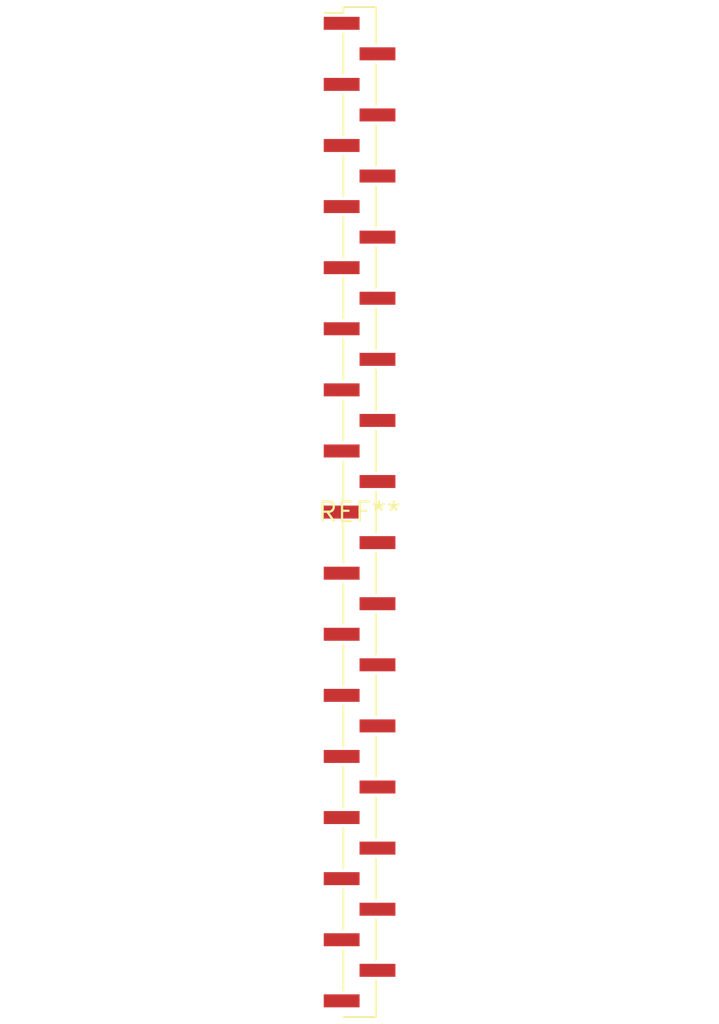
<source format=kicad_pcb>
(kicad_pcb (version 20240108) (generator pcbnew)
  (layers (0 "F.Cu" signal) (31 "B.Cu" signal) (34 "B.Paste" user) (35 "F.Paste" user) (36 "B.SilkS" user "B.Silkscreen") (37 "F.SilkS" user "F.Silkscreen") (38 "B.Mask" user) (39 "F.Mask" user) (44 "Edge.Cuts" user))
  (net 0 "")
  (footprint "PinHeader_1x33_P2.00mm_Vertical_SMD_Pin1Left" (layer "F.Cu") (at 0 0)
    (property "Reference" "REF**")
    (property "Value" "PinHeader_1x33_P2.00mm_Vertical_SMD_Pin1Left")
    (fp_line (start -1.06 -33.06) (end -1.06 -32.685) (layer "F.SilkS") (stroke (width 0.12)))
    (fp_line (start -1.06 -33.06) (end 1.06 -33.06) (layer "F.SilkS") (stroke (width 0.12)))
    (fp_line (start -1.06 -32.685) (end -2.29 -32.685) (layer "F.SilkS") (stroke (width 0.12)))
    (fp_line (start -1.06 -31.315) (end -1.06 -28.685) (layer "F.SilkS") (stroke (width 0.12)))
    (fp_line (start -1.06 -27.315) (end -1.06 -24.685) (layer "F.SilkS") (stroke (width 0.12)))
    (fp_line (start -1.06 -23.315) (end -1.06 -20.685) (layer "F.SilkS") (stroke (width 0.12)))
    (fp_line (start -1.06 -19.315) (end -1.06 -16.685) (layer "F.SilkS") (stroke (width 0.12)))
    (fp_line (start -1.06 -15.315) (end -1.06 -12.685) (layer "F.SilkS") (stroke (width 0.12)))
    (fp_line (start -1.06 -11.315) (end -1.06 -8.685) (layer "F.SilkS") (stroke (width 0.12)))
    (fp_line (start -1.06 -7.315) (end -1.06 -4.685) (layer "F.SilkS") (stroke (width 0.12)))
    (fp_line (start -1.06 -3.315) (end -1.06 -0.685) (layer "F.SilkS") (stroke (width 0.12)))
    (fp_line (start -1.06 0.685) (end -1.06 3.315) (layer "F.SilkS") (stroke (width 0.12)))
    (fp_line (start -1.06 4.685) (end -1.06 7.315) (layer "F.SilkS") (stroke (width 0.12)))
    (fp_line (start -1.06 8.685) (end -1.06 11.315) (layer "F.SilkS") (stroke (width 0.12)))
    (fp_line (start -1.06 12.685) (end -1.06 15.315) (layer "F.SilkS") (stroke (width 0.12)))
    (fp_line (start -1.06 16.685) (end -1.06 19.315) (layer "F.SilkS") (stroke (width 0.12)))
    (fp_line (start -1.06 20.685) (end -1.06 23.315) (layer "F.SilkS") (stroke (width 0.12)))
    (fp_line (start -1.06 24.685) (end -1.06 27.315) (layer "F.SilkS") (stroke (width 0.12)))
    (fp_line (start -1.06 28.685) (end -1.06 31.315) (layer "F.SilkS") (stroke (width 0.12)))
    (fp_line (start -1.06 33.06) (end 1.06 33.06) (layer "F.SilkS") (stroke (width 0.12)))
    (fp_line (start 1.06 -33.06) (end 1.06 -30.685) (layer "F.SilkS") (stroke (width 0.12)))
    (fp_line (start 1.06 -29.315) (end 1.06 -26.685) (layer "F.SilkS") (stroke (width 0.12)))
    (fp_line (start 1.06 -25.315) (end 1.06 -22.685) (layer "F.SilkS") (stroke (width 0.12)))
    (fp_line (start 1.06 -21.315) (end 1.06 -18.685) (layer "F.SilkS") (stroke (width 0.12)))
    (fp_line (start 1.06 -17.315) (end 1.06 -14.685) (layer "F.SilkS") (stroke (width 0.12)))
    (fp_line (start 1.06 -13.315) (end 1.06 -10.685) (layer "F.SilkS") (stroke (width 0.12)))
    (fp_line (start 1.06 -9.315) (end 1.06 -6.685) (layer "F.SilkS") (stroke (width 0.12)))
    (fp_line (start 1.06 -5.315) (end 1.06 -2.685) (layer "F.SilkS") (stroke (width 0.12)))
    (fp_line (start 1.06 -1.315) (end 1.06 1.315) (layer "F.SilkS") (stroke (width 0.12)))
    (fp_line (start 1.06 2.685) (end 1.06 5.315) (layer "F.SilkS") (stroke (width 0.12)))
    (fp_line (start 1.06 6.685) (end 1.06 9.315) (layer "F.SilkS") (stroke (width 0.12)))
    (fp_line (start 1.06 10.685) (end 1.06 13.315) (layer "F.SilkS") (stroke (width 0.12)))
    (fp_line (start 1.06 14.685) (end 1.06 17.315) (layer "F.SilkS") (stroke (width 0.12)))
    (fp_line (start 1.06 18.685) (end 1.06 21.315) (layer "F.SilkS") (stroke (width 0.12)))
    (fp_line (start 1.06 22.685) (end 1.06 25.315) (layer "F.SilkS") (stroke (width 0.12)))
    (fp_line (start 1.06 26.685) (end 1.06 29.315) (layer "F.SilkS") (stroke (width 0.12)))
    (fp_line (start 1.06 30.685) (end 1.06 33.06) (layer "F.SilkS") (stroke (width 0.12)))
    (fp_line (start 1.06 32.685) (end 1.06 33.06) (layer "F.SilkS") (stroke (width 0.12)))
    (pad "1" smd rect (at -1.175 -32) (size 2.35 0.85) (layers "F.Cu" "F.Paste" "F.Mask"))
    (pad "2" smd rect (at 1.175 -30) (size 2.35 0.85) (layers "F.Cu" "F.Paste" "F.Mask"))
    (pad "3" smd rect (at -1.175 -28) (size 2.35 0.85) (layers "F.Cu" "F.Paste" "F.Mask"))
    (pad "4" smd rect (at 1.175 -26) (size 2.35 0.85) (layers "F.Cu" "F.Paste" "F.Mask"))
    (pad "5" smd rect (at -1.175 -24) (size 2.35 0.85) (layers "F.Cu" "F.Paste" "F.Mask"))
    (pad "6" smd rect (at 1.175 -22) (size 2.35 0.85) (layers "F.Cu" "F.Paste" "F.Mask"))
    (pad "7" smd rect (at -1.175 -20) (size 2.35 0.85) (layers "F.Cu" "F.Paste" "F.Mask"))
    (pad "8" smd rect (at 1.175 -18) (size 2.35 0.85) (layers "F.Cu" "F.Paste" "F.Mask"))
    (pad "9" smd rect (at -1.175 -16) (size 2.35 0.85) (layers "F.Cu" "F.Paste" "F.Mask"))
    (pad "10" smd rect (at 1.175 -14) (size 2.35 0.85) (layers "F.Cu" "F.Paste" "F.Mask"))
    (pad "11" smd rect (at -1.175 -12) (size 2.35 0.85) (layers "F.Cu" "F.Paste" "F.Mask"))
    (pad "12" smd rect (at 1.175 -10) (size 2.35 0.85) (layers "F.Cu" "F.Paste" "F.Mask"))
    (pad "13" smd rect (at -1.175 -8) (size 2.35 0.85) (layers "F.Cu" "F.Paste" "F.Mask"))
    (pad "14" smd rect (at 1.175 -6) (size 2.35 0.85) (layers "F.Cu" "F.Paste" "F.Mask"))
    (pad "15" smd rect (at -1.175 -4) (size 2.35 0.85) (layers "F.Cu" "F.Paste" "F.Mask"))
    (pad "16" smd rect (at 1.175 -2) (size 2.35 0.85) (layers "F.Cu" "F.Paste" "F.Mask"))
    (pad "17" smd rect (at -1.175 0) (size 2.35 0.85) (layers "F.Cu" "F.Paste" "F.Mask"))
    (pad "18" smd rect (at 1.175 2) (size 2.35 0.85) (layers "F.Cu" "F.Paste" "F.Mask"))
    (pad "19" smd rect (at -1.175 4) (size 2.35 0.85) (layers "F.Cu" "F.Paste" "F.Mask"))
    (pad "20" smd rect (at 1.175 6) (size 2.35 0.85) (layers "F.Cu" "F.Paste" "F.Mask"))
    (pad "21" smd rect (at -1.175 8) (size 2.35 0.85) (layers "F.Cu" "F.Paste" "F.Mask"))
    (pad "22" smd rect (at 1.175 10) (size 2.35 0.85) (layers "F.Cu" "F.Paste" "F.Mask"))
    (pad "23" smd rect (at -1.175 12) (size 2.35 0.85) (layers "F.Cu" "F.Paste" "F.Mask"))
    (pad "24" smd rect (at 1.175 14) (size 2.35 0.85) (layers "F.Cu" "F.Paste" "F.Mask"))
    (pad "25" smd rect (at -1.175 16) (size 2.35 0.85) (layers "F.Cu" "F.Paste" "F.Mask"))
    (pad "26" smd rect (at 1.175 18) (size 2.35 0.85) (layers "F.Cu" "F.Paste" "F.Mask"))
    (pad "27" smd rect (at -1.175 20) (size 2.35 0.85) (layers "F.Cu" "F.Paste" "F.Mask"))
    (pad "28" smd rect (at 1.175 22) (size 2.35 0.85) (layers "F.Cu" "F.Paste" "F.Mask"))
    (pad "29" smd rect (at -1.175 24) (size 2.35 0.85) (layers "F.Cu" "F.Paste" "F.Mask"))
    (pad "30" smd rect (at 1.175 26) (size 2.35 0.85) (layers "F.Cu" "F.Paste" "F.Mask"))
    (pad "31" smd rect (at -1.175 28) (size 2.35 0.85) (layers "F.Cu" "F.Paste" "F.Mask"))
    (pad "32" smd rect (at 1.175 30) (size 2.35 0.85) (layers "F.Cu" "F.Paste" "F.Mask"))
    (pad "33" smd rect (at -1.175 32) (size 2.35 0.85) (layers "F.Cu" "F.Paste" "F.Mask"))
  )
)
</source>
